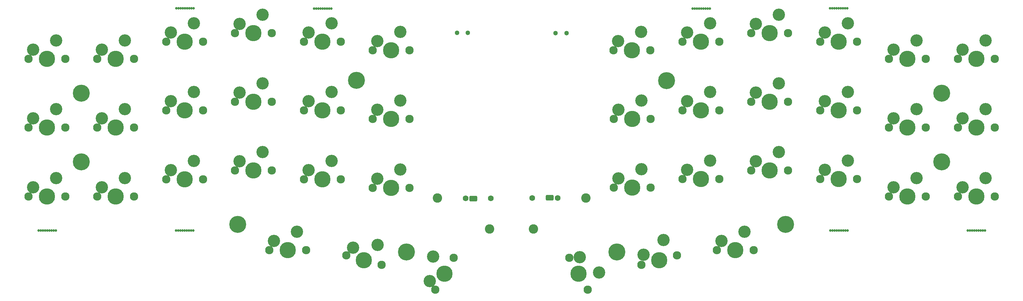
<source format=gts>
G04 #@! TF.GenerationSoftware,KiCad,Pcbnew,8.0.5*
G04 #@! TF.CreationDate,2024-09-23T11:12:13+08:00*
G04 #@! TF.ProjectId,corne-cherry,636f726e-652d-4636-9865-7272792e6b69,3.0.1*
G04 #@! TF.SameCoordinates,Original*
G04 #@! TF.FileFunction,Soldermask,Top*
G04 #@! TF.FilePolarity,Negative*
%FSLAX46Y46*%
G04 Gerber Fmt 4.6, Leading zero omitted, Abs format (unit mm)*
G04 Created by KiCad (PCBNEW 8.0.5) date 2024-09-23 11:12:13*
%MOMM*%
%LPD*%
G01*
G04 APERTURE LIST*
G04 Aperture macros list*
%AMRoundRect*
0 Rectangle with rounded corners*
0 $1 Rounding radius*
0 $2 $3 $4 $5 $6 $7 $8 $9 X,Y pos of 4 corners*
0 Add a 4 corners polygon primitive as box body*
4,1,4,$2,$3,$4,$5,$6,$7,$8,$9,$2,$3,0*
0 Add four circle primitives for the rounded corners*
1,1,$1+$1,$2,$3*
1,1,$1+$1,$4,$5*
1,1,$1+$1,$6,$7*
1,1,$1+$1,$8,$9*
0 Add four rect primitives between the rounded corners*
20,1,$1+$1,$2,$3,$4,$5,0*
20,1,$1+$1,$4,$5,$6,$7,0*
20,1,$1+$1,$6,$7,$8,$9,0*
20,1,$1+$1,$8,$9,$2,$3,0*%
G04 Aperture macros list end*
%ADD10C,1.600000*%
%ADD11C,2.300000*%
%ADD12C,3.400000*%
%ADD13C,4.500000*%
%ADD14C,4.700000*%
%ADD15C,2.600000*%
%ADD16C,0.700000*%
%ADD17RoundRect,0.333333X-0.741667X0.466667X-0.741667X-0.466667X0.741667X-0.466667X0.741667X0.466667X0*%
%ADD18RoundRect,0.333333X0.741667X-0.466667X0.741667X0.466667X-0.741667X0.466667X-0.741667X-0.466667X0*%
%ADD19C,1.300000*%
G04 APERTURE END LIST*
D10*
X142634500Y-74292000D03*
X135634500Y-74292000D03*
D11*
X34027500Y-35780000D03*
D12*
X35297500Y-33240000D03*
D13*
X39107500Y-35780000D03*
D12*
X41647500Y-30700000D03*
D11*
X44187500Y-35780000D03*
X53027500Y-31030000D03*
D12*
X54297500Y-28490000D03*
D13*
X58107500Y-31030000D03*
D12*
X60647500Y-25950000D03*
D11*
X63187500Y-31030000D03*
X72027500Y-28655000D03*
D12*
X73297500Y-26115000D03*
D13*
X77107500Y-28655000D03*
D12*
X79647500Y-23575000D03*
D11*
X82187500Y-28655000D03*
X91027500Y-31030000D03*
D12*
X92297500Y-28490000D03*
D13*
X96107500Y-31030000D03*
D12*
X98647500Y-25950000D03*
D11*
X101187500Y-31030000D03*
X15027500Y-54780000D03*
D12*
X16297500Y-52240000D03*
D13*
X20107500Y-54780000D03*
D12*
X22647500Y-49700000D03*
D11*
X25187500Y-54780000D03*
X34027500Y-54780000D03*
D12*
X35297500Y-52240000D03*
D13*
X39107500Y-54780000D03*
D12*
X41647500Y-49700000D03*
D11*
X44187500Y-54780000D03*
X53027500Y-50030000D03*
D12*
X54297500Y-47490000D03*
D13*
X58107500Y-50030000D03*
D12*
X60647500Y-44950000D03*
D11*
X63187500Y-50030000D03*
X72027500Y-47655000D03*
D12*
X73297500Y-45115000D03*
D13*
X77107500Y-47655000D03*
D12*
X79647500Y-42575000D03*
D11*
X82187500Y-47655000D03*
X91027500Y-50030000D03*
D12*
X92297500Y-47490000D03*
D13*
X96107500Y-50030000D03*
D12*
X98647500Y-44950000D03*
D11*
X101187500Y-50030000D03*
X110027500Y-52405000D03*
D12*
X111297500Y-49865000D03*
D13*
X115107500Y-52405000D03*
D12*
X117647500Y-47325000D03*
D11*
X120187500Y-52405000D03*
X15027500Y-73780000D03*
D12*
X16297500Y-71240000D03*
D13*
X20107500Y-73780000D03*
D12*
X22647500Y-68700000D03*
D11*
X25187500Y-73780000D03*
X34027500Y-73780000D03*
D12*
X35297500Y-71240000D03*
D13*
X39107500Y-73780000D03*
D12*
X41647500Y-68700000D03*
D11*
X44187500Y-73780000D03*
X53027500Y-69030000D03*
D12*
X54297500Y-66490000D03*
D13*
X58107500Y-69030000D03*
D12*
X60647500Y-63950000D03*
D11*
X63187500Y-69030000D03*
X72027500Y-66655000D03*
D12*
X73297500Y-64115000D03*
D13*
X77107500Y-66655000D03*
D12*
X79647500Y-61575000D03*
D11*
X82187500Y-66655000D03*
X91027500Y-69030000D03*
D12*
X92297500Y-66490000D03*
D13*
X96107500Y-69030000D03*
D12*
X98647500Y-63950000D03*
D11*
X101187500Y-69030000D03*
X110027500Y-71405000D03*
D12*
X111297500Y-68865000D03*
D13*
X115107500Y-71405000D03*
D12*
X117647500Y-66325000D03*
D11*
X120187500Y-71405000D03*
X81527500Y-88655000D03*
D12*
X82797500Y-86115000D03*
D13*
X86607500Y-88655000D03*
D12*
X89147500Y-83575000D03*
D11*
X91687500Y-88655000D03*
X102700597Y-90090199D03*
D12*
X104584723Y-87965448D03*
D13*
X107607500Y-91405000D03*
D12*
X111375752Y-87155497D03*
D11*
X112514403Y-92719801D03*
X127317500Y-99554409D03*
D12*
X125752795Y-97184557D03*
D13*
X129857500Y-95155000D03*
D12*
X126728091Y-90415295D03*
D11*
X132397500Y-90755591D03*
X164324500Y-90750591D03*
D12*
X167159205Y-90580443D03*
D13*
X166864500Y-95150000D03*
D12*
X172533909Y-94809705D03*
D11*
X169404500Y-99549409D03*
D10*
X154037500Y-74270000D03*
X161037500Y-74270000D03*
D11*
X214534500Y-66650000D03*
D12*
X215804500Y-64110000D03*
D13*
X219614500Y-66650000D03*
D12*
X222154500Y-61570000D03*
D11*
X224694500Y-66650000D03*
X195534500Y-69025000D03*
D12*
X196804500Y-66485000D03*
D13*
X200614500Y-69025000D03*
D12*
X203154500Y-63945000D03*
D11*
X205694500Y-69025000D03*
X176534500Y-71400000D03*
D12*
X177804500Y-68860000D03*
D13*
X181614500Y-71400000D03*
D12*
X184154500Y-66320000D03*
D11*
X186694500Y-71400000D03*
X205034500Y-88650000D03*
D12*
X206304500Y-86110000D03*
D13*
X210114500Y-88650000D03*
D12*
X212654500Y-83570000D03*
D11*
X215194500Y-88650000D03*
X184207597Y-92714801D03*
D12*
X184776922Y-89932649D03*
D13*
X189114500Y-91400000D03*
D12*
X190253151Y-85835696D03*
D11*
X194021403Y-90085199D03*
X214534500Y-28650000D03*
D12*
X215804500Y-26110000D03*
D13*
X219614500Y-28650000D03*
D12*
X222154500Y-23570000D03*
D11*
X224694500Y-28650000D03*
X195534500Y-31025000D03*
D12*
X196804500Y-28485000D03*
D13*
X200614500Y-31025000D03*
D12*
X203154500Y-25945000D03*
D11*
X205694500Y-31025000D03*
X271534500Y-54775000D03*
D12*
X272804500Y-52235000D03*
D13*
X276614500Y-54775000D03*
D12*
X279154500Y-49695000D03*
D11*
X281694500Y-54775000D03*
X233534500Y-31025000D03*
D12*
X234804500Y-28485000D03*
D13*
X238614500Y-31025000D03*
D12*
X241154500Y-25945000D03*
D11*
X243694500Y-31025000D03*
X252534500Y-54775000D03*
D12*
X253804500Y-52235000D03*
D13*
X257614500Y-54775000D03*
D12*
X260154500Y-49695000D03*
D11*
X262694500Y-54775000D03*
X252534500Y-73775000D03*
D12*
X253804500Y-71235000D03*
D13*
X257614500Y-73775000D03*
D12*
X260154500Y-68695000D03*
D11*
X262694500Y-73775000D03*
X233534500Y-69025000D03*
D12*
X234804500Y-66485000D03*
D13*
X238614500Y-69025000D03*
D12*
X241154500Y-63945000D03*
D11*
X243694500Y-69025000D03*
X271534500Y-35775000D03*
D12*
X272804500Y-33235000D03*
D13*
X276614500Y-35775000D03*
D12*
X279154500Y-30695000D03*
D11*
X281694500Y-35775000D03*
X252534500Y-35775000D03*
D12*
X253804500Y-33235000D03*
D13*
X257614500Y-35775000D03*
D12*
X260154500Y-30695000D03*
D11*
X262694500Y-35775000D03*
X233534500Y-50025000D03*
D12*
X234804500Y-47485000D03*
D13*
X238614500Y-50025000D03*
D12*
X241154500Y-44945000D03*
D11*
X243694500Y-50025000D03*
X214534500Y-47650000D03*
D12*
X215804500Y-45110000D03*
D13*
X219614500Y-47650000D03*
D12*
X222154500Y-42570000D03*
D11*
X224694500Y-47650000D03*
X195534500Y-50025000D03*
D12*
X196804500Y-47485000D03*
D13*
X200614500Y-50025000D03*
D12*
X203154500Y-44945000D03*
D11*
X205694500Y-50025000D03*
X176534500Y-52400000D03*
D12*
X177804500Y-49860000D03*
D13*
X181614500Y-52400000D03*
D12*
X184154500Y-47320000D03*
D11*
X186694500Y-52400000D03*
X271534500Y-73775000D03*
D12*
X272804500Y-71235000D03*
D13*
X276614500Y-73775000D03*
D12*
X279154500Y-68695000D03*
D11*
X281694500Y-73775000D03*
X15027500Y-35780000D03*
D12*
X16297500Y-33240000D03*
D13*
X20107500Y-35780000D03*
D12*
X22647500Y-30700000D03*
D11*
X25187500Y-35780000D03*
D14*
X105575500Y-41765500D03*
X72764500Y-81520500D03*
X119330500Y-89135000D03*
D15*
X127869500Y-74254000D03*
X142301500Y-82775000D03*
D14*
X177389500Y-89145000D03*
X223955500Y-81530500D03*
X267099500Y-45265500D03*
X191144500Y-41775500D03*
D11*
X110027500Y-33405000D03*
D12*
X111297500Y-30865000D03*
D13*
X115107500Y-33405000D03*
D12*
X117647500Y-28325000D03*
D11*
X120187500Y-33405000D03*
X176527500Y-33405000D03*
D12*
X177797500Y-30865000D03*
D13*
X181607500Y-33405000D03*
D12*
X184147500Y-28325000D03*
D11*
X186687500Y-33405000D03*
D14*
X29607500Y-64280000D03*
X29607500Y-45280000D03*
D16*
X55861750Y-21869000D03*
X56455500Y-21869000D03*
X57049250Y-21869000D03*
X57643000Y-21869000D03*
X58236750Y-21869000D03*
X58830500Y-21869000D03*
X59424250Y-21869000D03*
X60018000Y-21869000D03*
X60611750Y-21869000D03*
X93832500Y-21873000D03*
X94426250Y-21873000D03*
X95020000Y-21873000D03*
X95613750Y-21873000D03*
X96207500Y-21873000D03*
X96801250Y-21873000D03*
X97395000Y-21873000D03*
X97988750Y-21873000D03*
X98582500Y-21873000D03*
X17787500Y-83176000D03*
X18381250Y-83176000D03*
X18975000Y-83176000D03*
X19568750Y-83176000D03*
X20162500Y-83176000D03*
X20756250Y-83176000D03*
X21350000Y-83176000D03*
X21943750Y-83176000D03*
X22537500Y-83176000D03*
X55748500Y-83178000D03*
X56342250Y-83178000D03*
X56936000Y-83178000D03*
X57529750Y-83178000D03*
X58123500Y-83178000D03*
X58717250Y-83178000D03*
X59311000Y-83178000D03*
X59904750Y-83178000D03*
X60498500Y-83178000D03*
D17*
X137834500Y-74392000D03*
D18*
X158837500Y-74170000D03*
D15*
X154418500Y-82785000D03*
D14*
X267099500Y-64265500D03*
D15*
X168850500Y-74264000D03*
D16*
X279030500Y-83183000D03*
X278436750Y-83183000D03*
X277843000Y-83183000D03*
X277249250Y-83183000D03*
X276655500Y-83183000D03*
X276061750Y-83183000D03*
X275468000Y-83183000D03*
X274874250Y-83183000D03*
X274280500Y-83183000D03*
X203112500Y-21885000D03*
X202518750Y-21885000D03*
X201925000Y-21885000D03*
X201331250Y-21885000D03*
X200737500Y-21885000D03*
X200143750Y-21885000D03*
X199550000Y-21885000D03*
X198956250Y-21885000D03*
X198362500Y-21885000D03*
X241024500Y-21870000D03*
X240430750Y-21870000D03*
X239837000Y-21870000D03*
X239243250Y-21870000D03*
X238649500Y-21870000D03*
X238055750Y-21870000D03*
X237462000Y-21870000D03*
X236868250Y-21870000D03*
X236274500Y-21870000D03*
X241116500Y-83193000D03*
X240522750Y-83193000D03*
X239929000Y-83193000D03*
X239335250Y-83193000D03*
X238741500Y-83193000D03*
X238147750Y-83193000D03*
X237554000Y-83193000D03*
X236960250Y-83193000D03*
X236366500Y-83193000D03*
D19*
X133307500Y-28630000D03*
X136307500Y-28630000D03*
X160507500Y-28660000D03*
X163507500Y-28660000D03*
M02*

</source>
